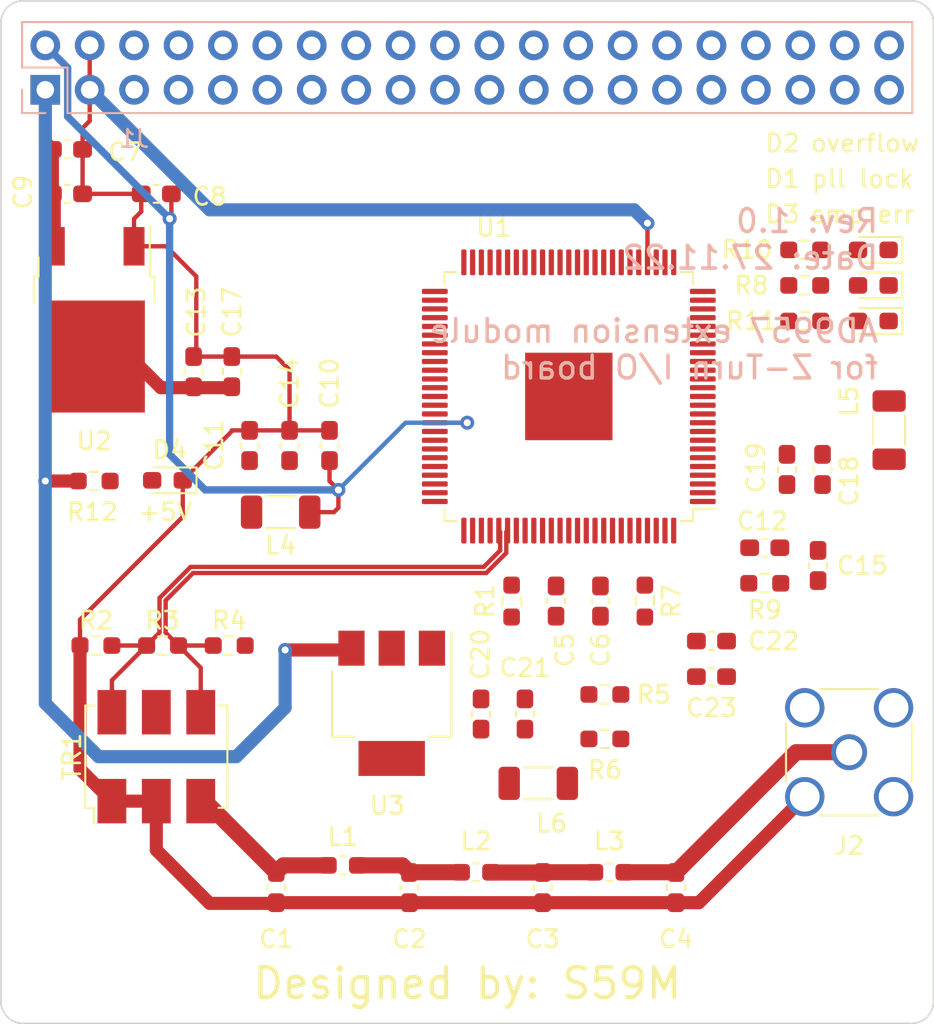
<source format=kicad_pcb>
(kicad_pcb (version 20211014) (generator pcbnew)
  (layers (0 "F.Cu" signal) (31 "B.Cu" signal) (34 "B.Paste" user) (35 "F.Paste" user) (36 "B.SilkS" user "B.Silkscreen") (37 "F.SilkS" user "F.Silkscreen") (38 "B.Mask" user) (39 "F.Mask" user) (44 "Edge.Cuts" user))
  (net 0 "")
  (net 1 "/o1")
  (net 2 "/o2")
  (net 3 "+5V")
  (net 4 "+3.3V")
  (net 5 "GND")
  (net 6 "/o3")
  (net 7 "/o4")
  (net 8 "Net-(C5-Pad1)")
  (net 9 "Net-(C5-Pad2)")
  (net 10 "Net-(C6-Pad2)")
  (net 11 "/avdd_3.3")
  (net 12 "Net-(C12-Pad1)")
  (net 14 "/avdd_1.8")
  (net 15 "+1V8")
  (net 16 "Net-(C15-Pad1)")
  (net 17 "Net-(D1-Pad2)")
  (net 18 "Net-(D2-Pad2)")
  (net 23 "Net-(D3-Pad2)")
  (net 24 "/ref_clk")
  (net 25 "/refclk_out")
  (net 26 "/io_reset")
  (net 27 "/osk")
  (net 28 "/io_update")
  (net 29 "/syn_clk")
  (net 30 "/profile0")
  (net 31 "/profile1")
  (net 32 "/profile2")
  (net 33 "/pdclk")
  (net 34 "/txenablefs")
  (net 35 "/iq_data0")
  (net 36 "/iq_data1")
  (net 37 "/iq_data2")
  (net 38 "/iq_data3")
  (net 39 "/iq_data4")
  (net 40 "/iq_data5")
  (net 41 "/iq_data6")
  (net 42 "/iq_data7")
  (net 43 "/iq_data8")
  (net 44 "/iq_data9")
  (net 45 "/iq_data10")
  (net 46 "/iq_data11")
  (net 47 "/iq_data12")
  (net 48 "/iq_data13")
  (net 49 "/iq_data14")
  (net 50 "/iq_data15")
  (net 51 "/iq_data16")
  (net 52 "/iq_data17")
  (net 53 "/cs*")
  (net 54 "/sclk")
  (net 55 "/sdo")
  (net 56 "/sdio")
  (net 57 "/rt")
  (net 58 "/ext_pwr_dwn")
  (net 59 "/master_reset")
  (net 61 "Net-(R1-Pad1)")
  (net 62 "/avdd_1.8_pll")
  (net 63 "Net-(R7-Pad1)")
  (net 64 "Net-(R8-Pad1)")
  (net 65 "Net-(R10-Pad1)")
  (net 66 "Net-(R11-Pad1)")
  (net 77 "/avdd_1.8_i")
  (net 78 "/out+")
  (net 79 "/out-")
  (net 80 "Net-(D4-Pad2)")
  (footprint "Package_QFP:TQFP-100-1EP_14x14mm_P0.5mm_EP5x5mm" (layer "F.Cu") (at 167.1 73.4 180)
    (fp_text reference "U1")
    (fp_text value "AD9957")
  )
  (footprint "Capacitor_SMD:C_0603_1608Metric_Pad1.08x0.95mm_HandSolder" (layer "F.Cu") (at 173.228 101.459 90)
    (fp_text reference "C4")
    (fp_text value "3p3")
  )
  (footprint "LED_SMD:LED_0603_1608Metric_Pad1.05x0.95mm_HandSolder" (layer "F.Cu") (at 184.517 67.056 180)
    (fp_text reference "D1")
    (fp_text value "pll lock")
  )
  (footprint "Package_TO_SOT_SMD:SOT-223-3_TabPin2" (layer "F.Cu") (at 156.972 90.932 -90)
    (fp_text reference "U3")
    (fp_text value "AMS1117-1.8")
  )
  (footprint "Capacitor_SMD:C_0603_1608Metric_Pad1.08x0.95mm_HandSolder" (layer "F.Cu") (at 166.37 85.09 90)
    (fp_text reference "C5")
    (fp_text value "100n")
  )
  (footprint "Capacitor_SMD:C_0603_1608Metric_Pad1.08x0.95mm_HandSolder" (layer "F.Cu") (at 143.51 61.825 180)
    (fp_text reference "C8")
    (fp_text value "10u")
  )
  (footprint "Resistor_SMD:R_0603_1608Metric_Pad0.98x0.95mm_HandSolder" (layer "F.Cu") (at 178.308 84.074)
    (fp_text reference "R9")
    (fp_text value "50E")
  )
  (footprint "RF_Mini-Circuits:Mini-Circuits_CD542_H2.84mm" (layer "F.Cu") (at 143.51 93.98 90)
    (fp_text reference "TR1")
    (fp_text value "ADT1-1WT")
  )
  (footprint "Resistor_SMD:R_0603_1608Metric_Pad0.98x0.95mm_HandSolder" (layer "F.Cu") (at 139.954 78.232)
    (fp_text reference "R12")
    (fp_text value "1k")
  )
  (footprint "Capacitor_SMD:C_0603_1608Metric_Pad1.08x0.95mm_HandSolder" (layer "F.Cu") (at 175.26 87.376)
    (fp_text reference "C22")
    (fp_text value "10u")
  )
  (footprint "Capacitor_SMD:C_0603_1608Metric_Pad1.08x0.95mm_HandSolder" (layer "F.Cu") (at 181.356 83.058 90)
    (fp_text reference "C15")
    (fp_text value "150n")
  )
  (footprint "Resistor_SMD:R_0603_1608Metric_Pad0.98x0.95mm_HandSolder" (layer "F.Cu") (at 140.0575 87.63)
    (fp_text reference "R2")
    (fp_text value "50E")
  )
  (footprint "Resistor_SMD:R_0603_1608Metric_Pad0.98x0.95mm_HandSolder" (layer "F.Cu") (at 169.164 92.964 180)
    (fp_text reference "R6")
    (fp_text value "1k")
  )
  (footprint "Capacitor_SMD:C_0603_1608Metric_Pad1.08x0.95mm_HandSolder" (layer "F.Cu") (at 148.844 76.2 90)
    (fp_text reference "C11")
    (fp_text value "10u")
  )
  (footprint "Resistor_SMD:R_0603_1608Metric_Pad0.98x0.95mm_HandSolder" (layer "F.Cu") (at 143.8675 87.63)
    (fp_text reference "R3")
    (fp_text value "50E")
  )
  (footprint "Capacitor_SMD:C_0603_1608Metric_Pad1.08x0.95mm_HandSolder" (layer "F.Cu") (at 138.43 61.825)
    (fp_text reference "C9")
    (fp_text value "100n")
  )
  (footprint "Inductor_SMD:L_0603_1608Metric_Pad1.05x0.95mm_HandSolder" (layer "F.Cu") (at 154.178 100.189)
    (fp_text reference "L1")
    (fp_text value "24n")
  )
  (footprint "Capacitor_SMD:C_0603_1608Metric_Pad1.08x0.95mm_HandSolder" (layer "F.Cu") (at 181.61 77.5705 -90)
    (fp_text reference "C18")
    (fp_text value "10u")
  )
  (footprint "LED_SMD:LED_0603_1608Metric_Pad1.05x0.95mm_HandSolder" (layer "F.Cu") (at 184.517 69.088 180)
    (fp_text reference "D3")
    (fp_text value "smp err")
  )
  (footprint "Resistor_SMD:R_0603_1608Metric_Pad0.98x0.95mm_HandSolder" (layer "F.Cu") (at 180.594 65.024)
    (fp_text reference "R10")
    (fp_text value "1k")
  )
  (footprint "Inductor_SMD:L_0603_1608Metric_Pad1.05x0.95mm_HandSolder" (layer "F.Cu") (at 161.798 100.584)
    (fp_text reference "L2")
    (fp_text value "30n")
  )
  (footprint "Resistor_SMD:R_0603_1608Metric_Pad0.98x0.95mm_HandSolder" (layer "F.Cu") (at 180.594 69.088)
    (fp_text reference "R11")
    (fp_text value "1k")
  )
  (footprint "LED_SMD:LED_0603_1608Metric_Pad1.05x0.95mm_HandSolder" (layer "F.Cu") (at 184.517 65.024 180)
    (fp_text reference "D2")
    (fp_text value "overflow")
  )
  (footprint "MountingHole:MountingHole_2.5mm" (layer "F.Cu") (at 182.88 104.14)
    (fp_text reference "H2" hide)
    (fp_text value "2.5mm")
  )
  (footprint "Capacitor_SMD:C_0603_1608Metric_Pad1.08x0.95mm_HandSolder" (layer "F.Cu") (at 153.416 76.2 90)
    (fp_text reference "C10")
    (fp_text value "100n")
  )
  (footprint "MountingHole:MountingHole_2.5mm" (layer "F.Cu") (at 139.7 104.14)
    (fp_text reference "H1" hide)
    (fp_text value "2.5mm")
  )
  (footprint "Resistor_SMD:R_0603_1608Metric_Pad0.98x0.95mm_HandSolder" (layer "F.Cu") (at 171.45 85.09 -90)
    (fp_text reference "R7")
    (fp_text value "1k")
  )
  (footprint "Capacitor_SMD:C_0603_1608Metric_Pad1.08x0.95mm_HandSolder" (layer "F.Cu") (at 138.43 59.285)
    (fp_text reference "C7")
    (fp_text value "10u")
  )
  (footprint "Inductor_SMD:L_1206_3216Metric_Pad1.22x1.90mm_HandSolder" (layer "F.Cu") (at 185.42 75.3225 -90)
    (fp_text reference "L5")
    (fp_text value "1u")
  )
  (footprint "Capacitor_SMD:C_0603_1608Metric_Pad1.08x0.95mm_HandSolder" (layer "F.Cu") (at 147.828 71.9825 90)
    (fp_text reference "C17")
    (fp_text value "100n")
  )
  (footprint "Capacitor_SMD:C_0603_1608Metric_Pad1.08x0.95mm_HandSolder" (layer "F.Cu") (at 164.592 91.542 90)
    (fp_text reference "C21")
    (fp_text value "100n")
  )
  (footprint "Capacitor_SMD:C_0603_1608Metric_Pad1.08x0.95mm_HandSolder" (layer "F.Cu") (at 150.368 101.459 90)
    (fp_text reference "C1")
    (fp_text value "3p3")
  )
  (footprint "Resistor_SMD:R_0603_1608Metric_Pad0.98x0.95mm_HandSolder" (layer "F.Cu") (at 169.164 90.424 180)
    (fp_text reference "R5")
    (fp_text value "1k")
  )
  (footprint "Connector_Coaxial:SMA_Amphenol_132291_Vertical" (layer "F.Cu") (at 183.134 93.726 -90)
    (fp_text reference "J2")
    (fp_text value "Conn_Coaxial")
  )
  (footprint "Resistor_SMD:R_0603_1608Metric_Pad0.98x0.95mm_HandSolder" (layer "F.Cu") (at 180.594 67.056)
    (fp_text reference "R8")
    (fp_text value "1k")
  )
  (footprint "Inductor_SMD:L_1206_3216Metric_Pad1.22x1.90mm_HandSolder" (layer "F.Cu") (at 165.354 95.504)
    (fp_text reference "L6")
    (fp_text value "1u")
  )
  (footprint "Capacitor_SMD:C_0603_1608Metric_Pad1.08x0.95mm_HandSolder" (layer "F.Cu") (at 162.082 91.542 90)
    (fp_text reference "C20")
    (fp_text value "10u")
  )
  (footprint "Capacitor_SMD:C_0603_1608Metric_Pad1.08x0.95mm_HandSolder" (layer "F.Cu") (at 178.308 82.042)
    (fp_text reference "C12")
    (fp_text value "100n")
  )
  (footprint "Capacitor_SMD:C_0603_1608Metric_Pad1.08x0.95mm_HandSolder" (layer "F.Cu") (at 145.6425 71.985 90)
    (fp_text reference "C13")
    (fp_text value "10u")
  )
  (footprint "Capacitor_SMD:C_0603_1608Metric_Pad1.08x0.95mm_HandSolder" (layer "F.Cu") (at 168.91 85.09 90)
    (fp_text reference "C6")
    (fp_text value "100n")
  )
  (footprint "Package_TO_SOT_SMD:TO-252-2" (layer "F.Cu") (at 139.955 69.02 -90)
    (fp_text reference "U2")
    (fp_text value "AMS1117-1.8")
  )
  (footprint "Inductor_SMD:L_1206_3216Metric_Pad1.22x1.90mm_HandSolder" (layer "F.Cu") (at 150.622 80.01 180)
    (fp_text reference "L4")
    (fp_text value "1u")
  )
  (footprint "Inductor_SMD:L_0603_1608Metric_Pad1.05x0.95mm_HandSolder" (layer "F.Cu") (at 169.418 100.584)
    (fp_text reference "L3")
    (fp_text value "24n")
  )
  (footprint "Resistor_SMD:R_0603_1608Metric_Pad0.98x0.95mm_HandSolder" (layer "F.Cu") (at 163.83 85.09 -90)
    (fp_text reference "R1")
    (fp_text value "10k")
  )
  (footprint "Capacitor_SMD:C_0603_1608Metric_Pad1.08x0.95mm_HandSolder" (layer "F.Cu") (at 179.578 77.5705 -90)
    (fp_text reference "C19")
    (fp_text value "100n")
  )
  (footprint "LED_SMD:LED_0603_1608Metric_Pad1.05x0.95mm_HandSolder" (layer "F.Cu") (at 144.1485 78.192 180)
    (fp_text reference "D4")
    (fp_text value "power")
  )
  (footprint "Capacitor_SMD:C_0603_1608Metric_Pad1.08x0.95mm_HandSolder" (layer "F.Cu") (at 157.988 101.459 90)
    (fp_text reference "C2")
    (fp_text value "6p4")
  )
  (footprint "Capacitor_SMD:C_0603_1608Metric_Pad1.08x0.95mm_HandSolder" (layer "F.Cu") (at 151.13 76.2 90)
    (fp_text reference "C14")
    (fp_text value "100n")
  )
  (footprint "Capacitor_SMD:C_0603_1608Metric_Pad1.08x0.95mm_HandSolder" (layer "F.Cu") (at 165.608 101.459 90)
    (fp_text reference "C3")
    (fp_text value "6p4")
  )
  (footprint "Capacitor_SMD:C_0603_1608Metric_Pad1.08x0.95mm_HandSolder" (layer "F.Cu") (at 175.26 89.408)
    (fp_text reference "C23")
    (fp_text value "100n")
  )
  (footprint "Resistor_SMD:R_0603_1608Metric_Pad0.98x0.95mm_HandSolder" (layer "F.Cu") (at 147.6775 87.63)
    (fp_text reference "R4")
    (fp_text value "50E")
  )
  (footprint "Connector_PinSocket_2.54mm:PinSocket_2x20_P2.54mm_Vertical" (layer "B.Cu") (at 137.16 55.88 -90)
    (fp_text reference "J1")
    (fp_text value "Conn_02x20_Odd_Even")
  )
  (gr_arc (start 135.89 109.22) (mid 134.991974 108.848026) (end 134.62 107.95) (layer "Edge.Cuts") (width 0.1))
  (gr_line (start 134.62 52.07) (end 134.62 107.95) (layer "Edge.Cuts") (width 0.1))
  (gr_arc (start 186.69 50.8) (mid 187.588026 51.171974) (end 187.96 52.07) (layer "Edge.Cuts") (width 0.1))
  (gr_line (start 186.69 50.8) (end 135.89 50.8) (layer "Edge.Cuts") (width 0.1))
  (gr_line (start 187.96 107.95) (end 187.96 52.07) (layer "Edge.Cuts") (width 0.1))
  (gr_line (start 135.89 109.22) (end 186.69 109.22) (layer "Edge.Cuts") (width 0.1))
  (gr_arc (start 187.96 107.95) (mid 187.588026 108.848026) (end 186.69 109.22) (layer "Edge.Cuts") (width 0.1))
  (gr_arc (start 134.62 52.07) (mid 134.991974 51.171974) (end 135.89 50.8) (layer "Edge.Cuts") (width 0.1))
  (gr_text "Rev: 1.0\nDate: 27.11.22\n\nAD9957 extension module\nfor Z-Turn I/O board" (at 184.912 67.564) (layer "B.SilkS") (effects (font (size 1.3 1.3) (thickness 0.2)) (justify left mirror)))
  (gr_text "pll lock" (at 183.896 60.96) (layer "F.SilkS") (effects (font (size 1 1))))
  (gr_text "smp err" (at 183.896 62.992) (layer "F.SilkS") (effects (font (size 1 1))))
  (gr_text "overflow" (at 180.848 58.928) (layer "F.SilkS") (effects (font (size 1 1)) (justify left)))
  (gr_text "+5V" (at 144.018 80.01) (layer "F.SilkS") (effects (font (size 1 1))))
  (gr_text "Designed by: S59M" (at 161.29 106.934) (layer "F.SilkS") (effects (font (size 1.7 1.7) (thickness 0.25))))
  (segment (start 146.05 96.52) (end 146.2915 96.52) (width 0.92) (layer "F.Cu") (net 1))
  (segment (start 146.2915 96.52) (end 150.368 100.5965) (width 0.92) (layer "F.Cu") (net 1))
  (segment (start 153.303 100.189) (end 150.7755 100.189) (width 0.92) (layer "F.Cu") (net 1))
  (segment (start 150.7755 100.189) (end 150.368 100.5965) (width 0.92) (layer "F.Cu") (net 1))
  (segment (start 155.053 100.189) (end 157.5805 100.189) (width 0.92) (layer "F.Cu") (net 2))
  (segment (start 160.923 100.584) (end 158.0005 100.584) (width 0.92) (layer "F.Cu") (net 2))
  (segment (start 157.5805 100.189) (end 157.988 100.5965) (width 0.92) (layer "F.Cu") (net 2))
  (segment (start 158.0005 100.584) (end 157.988 100.5965) (width 0.92) (layer "F.Cu") (net 2))
  (segment (start 137.675 61.9325) (end 137.5675 61.825) (width 0.75) (layer "F.Cu") (net 3))
  (segment (start 137.16 58.8775) (end 137.5675 59.285) (width 0.75) (layer "F.Cu") (net 3))
  (segment (start 150.876 87.884) (end 154.57 87.884) (width 0.75) (layer "F.Cu") (net 3))
  (segment (start 139.0415 78.232) (end 137.16 78.232) (width 0.75) (layer "F.Cu") (net 3))
  (segment (start 137.675 64.82) (end 137.675 61.9325) (width 0.75) (layer "F.Cu") (net 3))
  (segment (start 137.5675 61.825) (end 137.5675 59.285) (width 0.75) (layer "F.Cu") (net 3))
  (segment (start 137.16 55.88) (end 137.16 58.8775) (width 0.75) (layer "F.Cu") (net 3))
  (segment (start 154.57 87.884) (end 154.672 87.782) (width 0.75) (layer "F.Cu") (net 3))
  (via (at 150.876 87.884) (size 0.8) (drill 0.4) (layers "F.Cu" "B.Cu") (net 3))
  (via (at 137.16 78.232) (size 0.8) (drill 0.4) (layers "F.Cu" "B.Cu") (net 3))
  (segment (start 137.16 55.88) (end 137.16 90.932) (width 0.75) (layer "B.Cu") (net 3))
  (segment (start 140.208 93.98) (end 148.082 93.98) (width 0.75) (layer "B.Cu") (net 3))
  (segment (start 150.876 91.186) (end 150.876 87.884) (width 0.75) (layer "B.Cu") (net 3))
  (segment (start 148.082 93.98) (end 150.876 91.186) (width 0.75) (layer "B.Cu") (net 3))
  (segment (start 137.16 90.932) (end 140.208 93.98) (width 0.75) (layer "B.Cu") (net 3))
  (segment (start 153.416 77.0625) (end 153.416 78.232) (width 0.25) (layer "F.Cu") (net 4))
  (segment (start 144.3725 63.1455) (end 144.272 63.246) (width 0.25) (layer "F.Cu") (net 4))
  (segment (start 159.4375 74.9) (end 161.29 74.9) (width 0.25) (layer "F.Cu") (net 4))
  (segment (start 152.2845 80.01) (end 153.67 80.01) (width 0.25) (layer "F.Cu") (net 4))
  (segment (start 153.416 78.232) (end 153.924 78.74) (width 0.25) (layer "F.Cu") (net 4))
  (segment (start 153.67 80.01) (end 153.924 79.756) (width 0.25) (layer "F.Cu") (net 4))
  (segment (start 144.3725 61.825) (end 144.3725 63.1455) (width 0.25) (layer "F.Cu") (net 4))
  (segment (start 153.924 79.756) (end 153.924 78.74) (width 0.25) (layer "F.Cu") (net 4))
  (via (at 144.272 63.246) (size 0.8) (drill 0.4) (layers "F.Cu" "B.Cu") (net 4))
  (via (at 161.29 74.9) (size 0.8) (drill 0.4) (layers "F.Cu" "B.Cu") (net 4))
  (via (at 153.924 78.74) (size 0.8) (drill 0.4) (layers "F.Cu" "B.Cu") (net 4))
  (segment (start 138.44 57.414) (end 144.272 63.246) (width 0.42) (layer "B.Cu") (net 4))
  (segment (start 144.272 76.708) (end 144.272 63.246) (width 0.42) (layer "B.Cu") (net 4))
  (segment (start 157.764 74.9) (end 161.29 74.9) (width 0.25) (layer "B.Cu") (net 4))
  (segment (start 153.924 78.74) (end 146.304 78.74) (width 0.42) (layer "B.Cu") (net 4))
  (segment (start 153.924 78.74) (end 157.764 74.9) (width 0.25) (layer "B.Cu") (net 4))
  (segment (start 137.16 53.34) (end 138.44 54.62) (width 0.42) (layer "B.Cu") (net 4))
  (segment (start 146.304 78.74) (end 144.272 76.708) (width 0.42) (layer "B.Cu") (net 4))
  (segment (start 138.44 54.62) (end 138.44 57.414) (width 0.42) (layer "B.Cu") (net 4))
  (segment (start 139.2925 59.285) (end 139.2925 61.825) (width 0.25) (layer "F.Cu") (net 5))
  (segment (start 139.145 87.63) (end 139.145 94.695) (width 0.75) (layer "F.Cu") (net 5))
  (segment (start 139.7 53.34) (end 139.7 55.88) (width 0.25) (layer "F.Cu") (net 5))
  (segment (start 145.796 70.969) (end 145.6425 71.1225) (width 0.25) (layer "F.Cu") (net 5))
  (segment (start 151.13 71.882) (end 150.3705 71.1225) (width 0.25) (layer "F.Cu") (net 5))
  (segment (start 139.2925 58.0655) (end 139.7 57.658) (width 0.25) (layer "F.Cu") (net 5))
  (segment (start 147.878 75.3375) (end 145.0235 78.192) (width 0.25) (layer "F.Cu") (net 5))
  (segment (start 139.2925 59.285) (end 139.2925 58.0655) (width 0.25) (layer "F.Cu") (net 5))
  (segment (start 150.3275 102.362) (end 150.368 102.3215) (width 0.75) (layer "F.Cu") (net 5))
  (segment (start 139.145 86.153) (end 139.145 87.63) (width 0.25) (layer "F.Cu") (net 5))
  (segment (start 151.13 75.3375) (end 151.13 71.882) (width 0.25) (layer "F.Cu") (net 5))
  (segment (start 142.235 64.82) (end 144.068 64.82) (width 0.25) (layer "F.Cu") (net 5))
  (segment (start 173.228 102.3215) (end 174.5385 102.3215) (width 0.75) (layer "F.Cu") (net 5))
  (segment (start 148.844 75.3375) (end 151.13 75.3375) (width 0.25) (layer "F.Cu") (net 5))
  (segment (start 142.6475 62.8385) (end 142.235 63.251) (width 0.25) (layer "F.Cu") (net 5))
  (segment (start 139.7 57.658) (end 139.7 55.88) (width 0.25) (layer "F.Cu") (net 5))
  (segment (start 150.3705 71.1225) (end 145.6425 71.1225) (width 0.25) (layer "F.Cu") (net 5))
  (segment (start 150.368 102.3215) (end 173.228 102.3215) (width 0.75) (layer "F.Cu") (net 5))
  (segment (start 145.0235 80.2745) (end 139.145 86.153) (width 0.25) (layer "F.Cu") (net 5))
  (segment (start 143.51 96.52) (end 143.51 99.314) (width 0.75) (layer "F.Cu") (net 5))
  (segment (start 140.97 96.52) (end 143.51 96.52) (width 0.75) (layer "F.Cu") (net 5))
  (segment (start 174.5385 102.3215) (end 180.594 96.266) (width 0.75) (layer "F.Cu") (net 5))
  (segment (start 151.13 75.3375) (end 153.416 75.3375) (width 0.25) (layer "F.Cu") (net 5))
  (segment (start 144.068 64.82) (end 145.796 66.548) (width 0.25) (layer "F.Cu") (net 5))
  (segment (start 143.51 99.314) (end 146.558 102.362) (width 0.75) (layer "F.Cu") (net 5))
  (segment (start 139.145 94.695) (end 140.97 96.52) (width 0.75) (layer "F.Cu") (net 5))
  (segment (start 148.844 75.3375) (end 147.828 75.3375) (width 0.25) (layer "F.Cu") (net 5))
  (segment (start 145.796 66.548) (end 145.796 70.969) (width 0.25) (layer "F.Cu") (net 5))
  (segment (start 171.6 65.7375) (end 171.6 63.5) (width 0.25) (layer "F.Cu") (net 5))
  (segment (start 139.2925 61.825) (end 142.6475 61.825) (width 0.25) (layer "F.Cu") (net 5))
  (segment (start 146.558 102.362) (end 150.3275 102.362) (width 0.75) (layer "F.Cu") (net 5))
  (segment (start 142.6475 61.825) (end 142.6475 62.8385) (width 0.25) (layer "F.Cu") (net 5))
  (segment (start 142.235 63.251) (end 142.235 64.82) (width 0.25) (layer "F.Cu") (net 5))
  (segment (start 145.0235 78.192) (end 145.0235 80.2745) (width 0.25) (layer "F.Cu") (net 5))
  (via (at 171.6 63.5) (size 0.8) (drill 0.4) (layers "F.Cu" "B.Cu") (net 5))
  (segment (start 146.558 62.738) (end 139.7 55.88) (width 0.75) (layer "B.Cu") (net 5))
  (segment (start 171.6 63.5) (end 170.838 62.738) (width 0.75) (layer "B.Cu") (net 5))
  (segment (start 170.838 62.738) (end 146.558 62.738) (width 0.75) (layer "B.Cu") (net 5))
  (segment (start 165.6205 100.584) (end 165.608 100.5965) (width 0.92) (layer "F.Cu") (net 6))
  (segment (start 168.543 100.584) (end 165.6205 100.584) (width 0.92) (layer "F.Cu") (net 6))
  (segment (start 165.608 100.5965) (end 162.6855 100.5965) (width 0.92) (layer "F.Cu") (net 6))
  (segment (start 162.6855 100.5965) (end 162.673 100.584) (width 0.92) (layer "F.Cu") (net 6))
  (segment (start 170.293 100.584) (end 173.2155 100.584) (width 0.92) (layer "F.Cu") (net 7))
  (segment (start 173.2155 100.584) (end 173.228 100.5965) (width 0.92) (layer "F.Cu") (net 7))
  (segment (start 183.134 93.726) (end 180.0985 93.726) (width 0.92) (layer "F.Cu") (net 7))
  (segment (start 180.0985 93.726) (end 173.228 100.5965) (width 0.92) (layer "F.Cu") (net 7))
  (segment (start 147.775 72.898) (end 147.828 72.845) (width 0.75) (layer "F.Cu") (net 15))
  (segment (start 139.955 71.12) (end 141.986 71.12) (width 0.75) (layer "F.Cu") (net 15))
  (segment (start 141.986 71.12) (end 143.764 72.898) (width 0.75) (layer "F.Cu") (net 15))
  (segment (start 143.764 72.898) (end 147.775 72.898) (width 0.75) (layer "F.Cu") (net 15))
  (segment (start 143.6925 86.8925) (end 142.955 87.63) (width 0.25) (layer "F.Cu") (net 78))
  (segment (start 143.6925 84.914012) (end 143.6925 86.8925) (width 0.25) (layer "F.Cu") (net 78))
  (segment (start 140.97 89.615) (end 140.97 91.44) (width 0.25) (layer "F.Cu") (net 78))
  (segment (start 142.955 87.63) (end 140.97 87.63) (width 0.25) (layer "F.Cu") (net 78))
  (segment (start 162.233512 83.137) (end 145.469512 83.137) (width 0.25) (layer "F.Cu") (net 78))
  (segment (start 142.955 87.63) (end 140.97 89.615) (width 0.25) (layer "F.Cu") (net 78))
  (segment (start 145.469512 83.137) (end 143.6925 84.914012) (width 0.25) (layer "F.Cu") (net 78))
  (segment (start 163.175 81.1375) (end 163.175 82.195512) (width 0.25) (layer "F.Cu") (net 78))
  (segment (start 163.1 81.0625) (end 163.175 81.1375) (width 0.25) (layer "F.Cu") (net 78))
  (segment (start 163.175 82.195512) (end 162.233512 83.137) (width 0.25) (layer "F.Cu") (net 78))
  (segment (start 144.78 87.63) (end 146.765 87.63) (width 0.25) (layer "F.Cu") (net 79))
  (segment (start 146.05 88.9) (end 146.05 91.44) (width 0.25) (layer "F.Cu") (net 79))
  (segment (start 145.614488 83.487) (end 144.0425 85.058988) (width 0.25) (layer "F.Cu") (net 79))
  (segment (start 163.525 81.1375) (end 163.525 82.340488) (width 0.25) (layer "F.Cu") (net 79))
  (segment (start 144.0425 86.8925) (end 144.78 87.63) (width 0.25) (layer "F.Cu") (net 79))
  (segment (start 144.0425 85.058988) (end 144.0425 86.8925) (width 0.25) (layer "F.Cu") (net 79))
  (segment (start 163.525 82.340488) (end 162.378488 83.487) (width 0.25) (layer "F.Cu") (net 79))
  (segment (start 162.378488 83.487) (end 145.614488 83.487) (width 0.25) (layer "F.Cu") (net 79))
  (segment (start 163.6 81.0625) (end 163.525 81.1375) (width 0.25) (layer "F.Cu") (net 79))
  (segment (start 144.78 87.63) (end 146.05 88.9) (width 0.25) (layer "F.Cu") (net 79))
)
</source>
